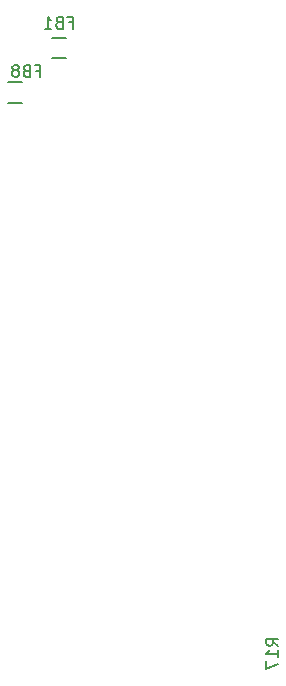
<source format=gbr>
G04 #@! TF.GenerationSoftware,KiCad,Pcbnew,5.1.4+dfsg1-1*
G04 #@! TF.CreationDate,2020-06-06T10:49:10+02:00*
G04 #@! TF.ProjectId,Midi_Merger,4d696469-5f4d-4657-9267-65722e6b6963,rev?*
G04 #@! TF.SameCoordinates,Original*
G04 #@! TF.FileFunction,Legend,Bot*
G04 #@! TF.FilePolarity,Positive*
%FSLAX46Y46*%
G04 Gerber Fmt 4.6, Leading zero omitted, Abs format (unit mm)*
G04 Created by KiCad (PCBNEW 5.1.4+dfsg1-1) date 2020-06-06 10:49:10*
%MOMM*%
%LPD*%
G04 APERTURE LIST*
%ADD10C,0.150000*%
G04 APERTURE END LIST*
D10*
X78400000Y-73375000D02*
X79600000Y-73375000D01*
X79600000Y-71625000D02*
X78400000Y-71625000D01*
X75850000Y-75375000D02*
X74650000Y-75375000D01*
X74650000Y-77125000D02*
X75850000Y-77125000D01*
X97552380Y-123107142D02*
X97076190Y-122773809D01*
X97552380Y-122535714D02*
X96552380Y-122535714D01*
X96552380Y-122916666D01*
X96600000Y-123011904D01*
X96647619Y-123059523D01*
X96742857Y-123107142D01*
X96885714Y-123107142D01*
X96980952Y-123059523D01*
X97028571Y-123011904D01*
X97076190Y-122916666D01*
X97076190Y-122535714D01*
X97552380Y-124059523D02*
X97552380Y-123488095D01*
X97552380Y-123773809D02*
X96552380Y-123773809D01*
X96695238Y-123678571D01*
X96790476Y-123583333D01*
X96838095Y-123488095D01*
X96552380Y-124392857D02*
X96552380Y-125059523D01*
X97552380Y-124630952D01*
X79833333Y-70328571D02*
X80166666Y-70328571D01*
X80166666Y-70852380D02*
X80166666Y-69852380D01*
X79690476Y-69852380D01*
X78976190Y-70328571D02*
X78833333Y-70376190D01*
X78785714Y-70423809D01*
X78738095Y-70519047D01*
X78738095Y-70661904D01*
X78785714Y-70757142D01*
X78833333Y-70804761D01*
X78928571Y-70852380D01*
X79309523Y-70852380D01*
X79309523Y-69852380D01*
X78976190Y-69852380D01*
X78880952Y-69900000D01*
X78833333Y-69947619D01*
X78785714Y-70042857D01*
X78785714Y-70138095D01*
X78833333Y-70233333D01*
X78880952Y-70280952D01*
X78976190Y-70328571D01*
X79309523Y-70328571D01*
X77785714Y-70852380D02*
X78357142Y-70852380D01*
X78071428Y-70852380D02*
X78071428Y-69852380D01*
X78166666Y-69995238D01*
X78261904Y-70090476D01*
X78357142Y-70138095D01*
X77083333Y-74428571D02*
X77416666Y-74428571D01*
X77416666Y-74952380D02*
X77416666Y-73952380D01*
X76940476Y-73952380D01*
X76226190Y-74428571D02*
X76083333Y-74476190D01*
X76035714Y-74523809D01*
X75988095Y-74619047D01*
X75988095Y-74761904D01*
X76035714Y-74857142D01*
X76083333Y-74904761D01*
X76178571Y-74952380D01*
X76559523Y-74952380D01*
X76559523Y-73952380D01*
X76226190Y-73952380D01*
X76130952Y-74000000D01*
X76083333Y-74047619D01*
X76035714Y-74142857D01*
X76035714Y-74238095D01*
X76083333Y-74333333D01*
X76130952Y-74380952D01*
X76226190Y-74428571D01*
X76559523Y-74428571D01*
X75416666Y-74380952D02*
X75511904Y-74333333D01*
X75559523Y-74285714D01*
X75607142Y-74190476D01*
X75607142Y-74142857D01*
X75559523Y-74047619D01*
X75511904Y-74000000D01*
X75416666Y-73952380D01*
X75226190Y-73952380D01*
X75130952Y-74000000D01*
X75083333Y-74047619D01*
X75035714Y-74142857D01*
X75035714Y-74190476D01*
X75083333Y-74285714D01*
X75130952Y-74333333D01*
X75226190Y-74380952D01*
X75416666Y-74380952D01*
X75511904Y-74428571D01*
X75559523Y-74476190D01*
X75607142Y-74571428D01*
X75607142Y-74761904D01*
X75559523Y-74857142D01*
X75511904Y-74904761D01*
X75416666Y-74952380D01*
X75226190Y-74952380D01*
X75130952Y-74904761D01*
X75083333Y-74857142D01*
X75035714Y-74761904D01*
X75035714Y-74571428D01*
X75083333Y-74476190D01*
X75130952Y-74428571D01*
X75226190Y-74380952D01*
M02*

</source>
